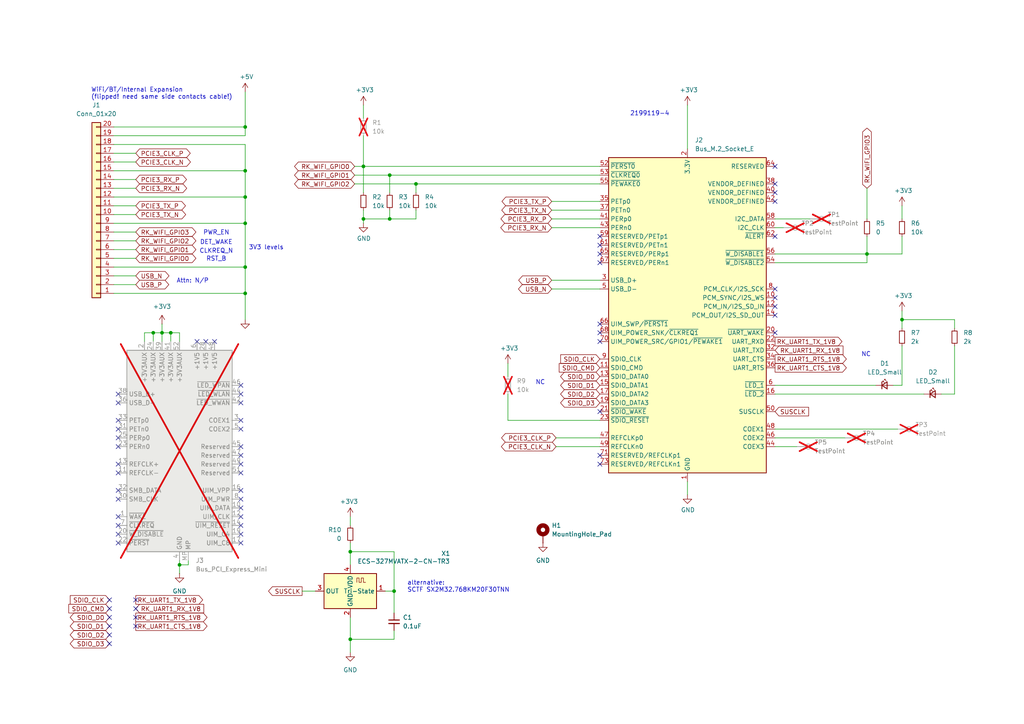
<source format=kicad_sch>
(kicad_sch (version 20250114) (generator "eeschema") (generator_version "9.0")
  (paper "A4")
  (title_block (title "Reform WiFi Adapter") (rev "1"))
  (lib_symbols
    (symbol "+3V3_1" (power) (pin_numbers (hide yes)) (pin_names (offset 0) (hide yes))
      (property "Value" "+3V3" (at 0 3.556 0))
      (symbol "+3V3_1_0_1"
        (polyline (pts (xy -0.762 1.27) (xy 0 2.54)))
        (polyline (pts (xy 0 2.54) (xy 0.762 1.27)))
        (polyline (pts (xy 0 0) (xy 0 2.54)))
      )
      (symbol "+3V3_1_1_1"
        (pin power_in line (at 0 0 90) (length 0) (name "~") (number "1"))
      )
    )
    (symbol "Connector:Bus_M.2_Socket_E"
      (property "Reference" "J" (at -22.86 46.99 0))
      (property "Value" "Bus_M.2_Socket_E" (at 16.51 46.99 0))
      (symbol "Bus_M.2_Socket_E_0_1"
        (rectangle (start -22.86 45.72) (end 22.86 -45.72) (stroke (width 0.254)) (fill (type background)))
      )
      (symbol "Bus_M.2_Socket_E_1_1"
        (pin output line (at -25.4 43.18 0) (length 2.54) (name "~{PERST0}") (number "52"))
        (pin bidirectional line (at -25.4 40.64 0) (length 2.54) (name "~{CLKREQ0}") (number "53"))
        (pin bidirectional line (at -25.4 38.1 0) (length 2.54) (name "~{PEWAKE0}") (number "55"))
        (pin output line (at -25.4 33.02 0) (length 2.54) (name "PETp0") (number "35"))
        (pin output line (at -25.4 30.48 0) (length 2.54) (name "PETn0") (number "37"))
        (pin input line (at -25.4 27.94 0) (length 2.54) (name "PERp0") (number "41"))
        (pin input line (at -25.4 25.4 0) (length 2.54) (name "PERn0") (number "43"))
        (pin output line (at -25.4 22.86 0) (length 2.54) (name "RESERVED/PETp1") (number "59"))
        (pin output line (at -25.4 20.32 0) (length 2.54) (name "RESERVED/PETn1") (number "61"))
        (pin input line (at -25.4 17.78 0) (length 2.54) (name "RESERVED/PERp1") (number "65"))
        (pin input line (at -25.4 15.24 0) (length 2.54) (name "RESERVED/PERn1") (number "67"))
        (pin bidirectional line (at -25.4 10.16 0) (length 2.54) (name "USB_D+") (number "3"))
        (pin bidirectional line (at -25.4 7.62 0) (length 2.54) (name "USB_D-") (number "5"))
        (pin output line (at -25.4 -2.54 0) (length 2.54) (name "UIM_SWP/~{PERST1}") (number "66"))
        (pin bidirectional line (at -25.4 -5.08 0) (length 2.54) (name "UIM_POWER_SNK/~{CLKREQ1}") (number "68"))
        (pin bidirectional line (at -25.4 -7.62 0) (length 2.54) (name "UIM_POWER_SRC/GPIO1/~{PEWAKE1}") (number "70"))
        (pin output line (at -25.4 -12.7 0) (length 2.54) (name "SDIO_CLK") (number "9"))
        (pin bidirectional line (at -25.4 -15.24 0) (length 2.54) (name "SDIO_CMD") (number "11"))
        (pin bidirectional line (at -25.4 -17.78 0) (length 2.54) (name "SDIO_DATA0") (number "13"))
        (pin bidirectional line (at -25.4 -20.32 0) (length 2.54) (name "SDIO_DATA1") (number "15"))
        (pin bidirectional line (at -25.4 -22.86 0) (length 2.54) (name "SDIO_DATA2") (number "17"))
        (pin bidirectional line (at -25.4 -25.4 0) (length 2.54) (name "SDIO_DATA3") (number "19"))
        (pin input line (at -25.4 -27.94 0) (length 2.54) (name "~{SDIO_WAKE}") (number "21"))
        (pin output line (at -25.4 -30.48 0) (length 2.54) (name "~{SDIO_RESET}") (number "23"))
        (pin output line (at -25.4 -35.56 0) (length 2.54) (name "REFCLKp0") (number "47"))
        (pin output line (at -25.4 -38.1 0) (length 2.54) (name "REFCLKn0") (number "49"))
        (pin output line (at -25.4 -40.64 0) (length 2.54) (name "RESERVED/REFCLKp1") (number "71"))
        (pin output line (at -25.4 -43.18 0) (length 2.54) (name "RESERVED/REFCLKn1") (number "73"))
        (pin power_in line (at 0 48.26 270) (length 2.54) (name "3.3V") (number "2"))
        (pin passive line (at 0 48.26 270) (length 2.54) (hide yes) (name "3.3V") (number "4"))
        (pin passive line (at 0 48.26 270) (length 2.54) (hide yes) (name "3.3V") (number "72"))
        (pin passive line (at 0 48.26 270) (length 2.54) (hide yes) (name "3.3V") (number "74"))
        (pin power_in line (at 0 -48.26 90) (length 2.54) (name "GND") (number "1"))
        (pin passive line (at 0 -48.26 90) (length 2.54) (hide yes) (name "GND") (number "18"))
        (pin passive line (at 0 -48.26 90) (length 2.54) (hide yes) (name "GND") (number "33"))
        (pin passive line (at 0 -48.26 90) (length 2.54) (hide yes) (name "GND") (number "39"))
        (pin passive line (at 0 -48.26 90) (length 2.54) (hide yes) (name "GND") (number "45"))
        (pin passive line (at 0 -48.26 90) (length 2.54) (hide yes) (name "GND") (number "51"))
        (pin passive line (at 0 -48.26 90) (length 2.54) (hide yes) (name "GND") (number "57"))
        (pin passive line (at 0 -48.26 90) (length 2.54) (hide yes) (name "GND") (number "63"))
        (pin passive line (at 0 -48.26 90) (length 2.54) (hide yes) (name "GND") (number "69"))
        (pin passive line (at 0 -48.26 90) (length 2.54) (hide yes) (name "GND") (number "7"))
        (pin passive line (at 0 -48.26 90) (length 2.54) (hide yes) (name "GND") (number "75"))
        (pin passive line (at 25.4 43.18 180) (length 2.54) (name "RESERVED") (number "64"))
        (pin passive line (at 25.4 38.1 180) (length 2.54) (name "VENDOR_DEFINED") (number "38"))
        (pin passive line (at 25.4 35.56 180) (length 2.54) (name "VENDOR_DEFINED") (number "40"))
        (pin passive line (at 25.4 33.02 180) (length 2.54) (name "VENDOR_DEFINED") (number "42"))
        (pin bidirectional line (at 25.4 27.94 180) (length 2.54) (name "I2C_DATA") (number "58"))
        (pin output line (at 25.4 25.4 180) (length 2.54) (name "I2C_CLK") (number "60"))
        (pin input line (at 25.4 22.86 180) (length 2.54) (name "~{ALERT}") (number "62"))
        (pin output line (at 25.4 17.78 180) (length 2.54) (name "~{W_DISABLE1}") (number "56"))
        (pin output line (at 25.4 15.24 180) (length 2.54) (name "~{W_DISABLE2}") (number "54"))
        (pin bidirectional line (at 25.4 7.62 180) (length 2.54) (name "PCM_CLK/I2S_SCK") (number "8"))
        (pin bidirectional line (at 25.4 5.08 180) (length 2.54) (name "PCM_SYNC/I2S_WS") (number "10"))
        (pin input line (at 25.4 2.54 180) (length 2.54) (name "PCM_IN/I2S_SD_IN") (number "12"))
        (pin output line (at 25.4 0 180) (length 2.54) (name "PCM_OUT/I2S_SD_OUT") (number "14"))
        (pin input line (at 25.4 -5.08 180) (length 2.54) (name "~{UART_WAKE}") (number "20"))
        (pin input line (at 25.4 -7.62 180) (length 2.54) (name "UART_RXD") (number "22"))
        (pin output line (at 25.4 -10.16 180) (length 2.54) (name "UART_TXD") (number "32"))
        (pin input line (at 25.4 -12.7 180) (length 2.54) (name "UART_CTS") (number "34"))
        (pin output line (at 25.4 -15.24 180) (length 2.54) (name "UART_RTS") (number "36"))
        (pin open_collector line (at 25.4 -20.32 180) (length 2.54) (name "~{LED_1}") (number "6"))
        (pin open_collector line (at 25.4 -22.86 180) (length 2.54) (name "~{LED_2}") (number "16"))
        (pin output line (at 25.4 -27.94 180) (length 2.54) (name "SUSCLK") (number "50"))
        (pin bidirectional line (at 25.4 -33.02 180) (length 2.54) (name "COEX1") (number "48"))
        (pin bidirectional line (at 25.4 -35.56 180) (length 2.54) (name "COEX2") (number "46"))
        (pin bidirectional line (at 25.4 -38.1 180) (length 2.54) (name "COEX3") (number "44"))
      )
    )
    (symbol "Connector:Bus_PCI_Express_Mini"
      (property "Reference" "J" (at -16.51 31.75 0))
      (property "Value" "Bus_PCI_Express_Mini" (at 22.86 31.75 0))
      (symbol "Bus_PCI_Express_Mini_0_1"
        (rectangle (start -15.24 30.48) (end 15.24 -27.94) (stroke (width 0.254)) (fill (type background)))
      )
      (symbol "Bus_PCI_Express_Mini_1_1"
        (pin bidirectional line (at -17.78 17.78 0) (length 2.54) (name "USB_D+") (number "38"))
        (pin bidirectional line (at -17.78 15.24 0) (length 2.54) (name "USB_D-") (number "36"))
        (pin input line (at -17.78 10.16 0) (length 2.54) (name "PETp0") (number "33"))
        (pin input line (at -17.78 7.62 0) (length 2.54) (name "PETn0") (number "31"))
        (pin output line (at -17.78 5.08 0) (length 2.54) (name "PERp0") (number "25"))
        (pin output line (at -17.78 2.54 0) (length 2.54) (name "PERn0") (number "23"))
        (pin input line (at -17.78 -2.54 0) (length 2.54) (name "REFCLK+") (number "13"))
        (pin input line (at -17.78 -5.08 0) (length 2.54) (name "REFCLK-") (number "11"))
        (pin bidirectional line (at -17.78 -10.16 0) (length 2.54) (name "SMB_DATA") (number "32"))
        (pin input line (at -17.78 -12.7 0) (length 2.54) (name "SMB_CLK") (number "30"))
        (pin open_collector line (at -17.78 -17.78 0) (length 2.54) (name "~{WAKE}") (number "1"))
        (pin open_collector line (at -17.78 -20.32 0) (length 2.54) (name "~{CLKREQ}") (number "7"))
        (pin input line (at -17.78 -22.86 0) (length 2.54) (name "~{W_DISABLE}") (number "20"))
        (pin input line (at -17.78 -25.4 0) (length 2.54) (name "~{PERST}") (number "22"))
        (pin power_in line (at -10.16 33.02 270) (length 2.54) (name "+3V3AUX") (number "2"))
        (pin power_in line (at -7.62 33.02 270) (length 2.54) (name "+3V3AUX") (number "24"))
        (pin power_in line (at -5.08 33.02 270) (length 2.54) (name "+3V3AUX") (number "39"))
        (pin power_in line (at -2.54 33.02 270) (length 2.54) (name "+3V3AUX") (number "41"))
        (pin power_in line (at 0 33.02 270) (length 2.54) (name "+3V3AUX") (number "52"))
        (pin passive line (at 0 -30.48 90) (length 2.54) (hide yes) (name "GND") (number "15"))
        (pin passive line (at 0 -30.48 90) (length 2.54) (hide yes) (name "GND") (number "18"))
        (pin passive line (at 0 -30.48 90) (length 2.54) (hide yes) (name "GND") (number "21"))
        (pin passive line (at 0 -30.48 90) (length 2.54) (hide yes) (name "GND") (number "26"))
        (pin passive line (at 0 -30.48 90) (length 2.54) (hide yes) (name "GND") (number "27"))
        (pin passive line (at 0 -30.48 90) (length 2.54) (hide yes) (name "GND") (number "29"))
        (pin passive line (at 0 -30.48 90) (length 2.54) (hide yes) (name "GND") (number "34"))
        (pin passive line (at 0 -30.48 90) (length 2.54) (hide yes) (name "GND") (number "35"))
        (pin passive line (at 0 -30.48 90) (length 2.54) (hide yes) (name "GND") (number "37"))
        (pin power_in line (at 0 -30.48 90) (length 2.54) (name "GND") (number "4"))
        (pin passive line (at 0 -30.48 90) (length 2.54) (hide yes) (name "GND") (number "40"))
        (pin passive line (at 0 -30.48 90) (length 2.54) (hide yes) (name "GND") (number "43"))
        (pin passive line (at 0 -30.48 90) (length 2.54) (hide yes) (name "GND") (number "50"))
        (pin passive line (at 0 -30.48 90) (length 2.54) (hide yes) (name "GND") (number "9"))
        (pin passive line (at 2.54 -30.48 90) (length 2.54) (name "MP") (number "MP"))
        (pin power_in line (at 5.08 33.02 270) (length 2.54) (name "+1V5") (number "6"))
        (pin power_in line (at 7.62 33.02 270) (length 2.54) (name "+1V5") (number "28"))
        (pin power_in line (at 10.16 33.02 270) (length 2.54) (name "+1V5") (number "48"))
        (pin open_collector line (at 17.78 20.32 180) (length 2.54) (name "~{LED_WPAN}") (number "46"))
        (pin open_collector line (at 17.78 17.78 180) (length 2.54) (name "~{LED_WLAN}") (number "44"))
        (pin open_collector line (at 17.78 15.24 180) (length 2.54) (name "~{LED_WWAN}") (number "42"))
        (pin passive line (at 17.78 10.16 180) (length 2.54) (name "COEX1") (number "3"))
        (pin passive line (at 17.78 7.62 180) (length 2.54) (name "COEX2") (number "5"))
        (pin passive line (at 17.78 2.54 180) (length 2.54) (name "Reserved") (number "45"))
        (pin passive line (at 17.78 0 180) (length 2.54) (name "Reserved") (number "47"))
        (pin passive line (at 17.78 -2.54 180) (length 2.54) (name "Reserved") (number "49"))
        (pin passive line (at 17.78 -5.08 180) (length 2.54) (name "Reserved") (number "51"))
        (pin power_out line (at 17.78 -10.16 180) (length 2.54) (name "UIM_VPP") (number "16"))
        (pin power_out line (at 17.78 -12.7 180) (length 2.54) (name "UIM_PWR") (number "8"))
        (pin bidirectional line (at 17.78 -15.24 180) (length 2.54) (name "UIM_DATA") (number "10"))
        (pin output line (at 17.78 -17.78 180) (length 2.54) (name "UIM_CLK") (number "12"))
        (pin output line (at 17.78 -20.32 180) (length 2.54) (name "~{UIM_RESET}") (number "14"))
        (pin passive line (at 17.78 -22.86 180) (length 2.54) (name "UIM_C4") (number "19"))
        (pin passive line (at 17.78 -25.4 180) (length 2.54) (name "UIM_C8") (number "17"))
      )
    )
    (symbol "Connector:TestPoint" (pin_numbers (hide yes)) (pin_names (offset 0.762) (hide yes))
      (property "Reference" "TP" (at 0 6.858 0))
      (property "Value" "TestPoint" (at 0 5.08 0))
      (symbol "TestPoint_0_1"
        (circle (center 0 3.302) (radius 0.762))
      )
      (symbol "TestPoint_1_1"
        (pin passive line (at 0 0 90) (length 2.54) (name "1") (number "1"))
      )
    )
    (symbol "Connector_Generic:Conn_01x20" (pin_names (offset 1.016) (hide yes))
      (property "Reference" "J" (at 0 25.4 0))
      (property "Value" "Conn_01x20" (at 0 -27.94 0))
      (symbol "Conn_01x20_1_1"
        (rectangle (start -1.27 24.13) (end 1.27 -26.67) (stroke (width 0.254)) (fill (type background)))
        (rectangle (start -1.27 22.987) (end 0 22.733) (stroke (width 0.1524)))
        (rectangle (start -1.27 20.447) (end 0 20.193) (stroke (width 0.1524)))
        (rectangle (start -1.27 17.907) (end 0 17.653) (stroke (width 0.1524)))
        (rectangle (start -1.27 15.367) (end 0 15.113) (stroke (width 0.1524)))
        (rectangle (start -1.27 12.827) (end 0 12.573) (stroke (width 0.1524)))
        (rectangle (start -1.27 10.287) (end 0 10.033) (stroke (width 0.1524)))
        (rectangle (start -1.27 7.747) (end 0 7.493) (stroke (width 0.1524)))
        (rectangle (start -1.27 5.207) (end 0 4.953) (stroke (width 0.1524)))
        (rectangle (start -1.27 2.667) (end 0 2.413) (stroke (width 0.1524)))
        (rectangle (start -1.27 0.127) (end 0 -0.127) (stroke (width 0.1524)))
        (rectangle (start -1.27 -2.413) (end 0 -2.667) (stroke (width 0.1524)))
        (rectangle (start -1.27 -4.953) (end 0 -5.207) (stroke (width 0.1524)))
        (rectangle (start -1.27 -7.493) (end 0 -7.747) (stroke (width 0.1524)))
        (rectangle (start -1.27 -10.033) (end 0 -10.287) (stroke (width 0.1524)))
        (rectangle (start -1.27 -12.573) (end 0 -12.827) (stroke (width 0.1524)))
        (rectangle (start -1.27 -15.113) (end 0 -15.367) (stroke (width 0.1524)))
        (rectangle (start -1.27 -17.653) (end 0 -17.907) (stroke (width 0.1524)))
        (rectangle (start -1.27 -20.193) (end 0 -20.447) (stroke (width 0.1524)))
        (rectangle (start -1.27 -22.733) (end 0 -22.987) (stroke (width 0.1524)))
        (rectangle (start -1.27 -25.273) (end 0 -25.527) (stroke (width 0.1524)))
        (pin passive line (at -5.08 22.86 0) (length 3.81) (name "Pin_1") (number "1"))
        (pin passive line (at -5.08 20.32 0) (length 3.81) (name "Pin_2") (number "2"))
        (pin passive line (at -5.08 17.78 0) (length 3.81) (name "Pin_3") (number "3"))
        (pin passive line (at -5.08 15.24 0) (length 3.81) (name "Pin_4") (number "4"))
        (pin passive line (at -5.08 12.7 0) (length 3.81) (name "Pin_5") (number "5"))
        (pin passive line (at -5.08 10.16 0) (length 3.81) (name "Pin_6") (number "6"))
        (pin passive line (at -5.08 7.62 0) (length 3.81) (name "Pin_7") (number "7"))
        (pin passive line (at -5.08 5.08 0) (length 3.81) (name "Pin_8") (number "8"))
        (pin passive line (at -5.08 2.54 0) (length 3.81) (name "Pin_9") (number "9"))
        (pin passive line (at -5.08 0 0) (length 3.81) (name "Pin_10") (number "10"))
        (pin passive line (at -5.08 -2.54 0) (length 3.81) (name "Pin_11") (number "11"))
        (pin passive line (at -5.08 -5.08 0) (length 3.81) (name "Pin_12") (number "12"))
        (pin passive line (at -5.08 -7.62 0) (length 3.81) (name "Pin_13") (number "13"))
        (pin passive line (at -5.08 -10.16 0) (length 3.81) (name "Pin_14") (number "14"))
        (pin passive line (at -5.08 -12.7 0) (length 3.81) (name "Pin_15") (number "15"))
        (pin passive line (at -5.08 -15.24 0) (length 3.81) (name "Pin_16") (number "16"))
        (pin passive line (at -5.08 -17.78 0) (length 3.81) (name "Pin_17") (number "17"))
        (pin passive line (at -5.08 -20.32 0) (length 3.81) (name "Pin_18") (number "18"))
        (pin passive line (at -5.08 -22.86 0) (length 3.81) (name "Pin_19") (number "19"))
        (pin passive line (at -5.08 -25.4 0) (length 3.81) (name "Pin_20") (number "20"))
      )
    )
    (symbol "Device:C_Small" (pin_numbers (hide yes)) (pin_names (offset 0.254) (hide yes))
      (property "Reference" "C" (at 0.254 1.778 0))
      (property "Value" "C_Small" (at 0.254 -2.032 0))
      (symbol "C_Small_0_1"
        (polyline (pts (xy -1.524 0.508) (xy 1.524 0.508)) (stroke (width 0.3048)))
        (polyline (pts (xy -1.524 -0.508) (xy 1.524 -0.508)) (stroke (width 0.3302)))
      )
      (symbol "C_Small_1_1"
        (pin passive line (at 0 2.54 270) (length 2.032) (name "~") (number "1"))
        (pin passive line (at 0 -2.54 90) (length 2.032) (name "~") (number "2"))
      )
    )
    (symbol "Device:LED_Small" (pin_numbers (hide yes)) (pin_names (offset 0.254) (hide yes))
      (property "Reference" "D" (at -1.27 3.175 0))
      (property "Value" "LED_Small" (at -4.445 -2.54 0))
      (symbol "LED_Small_0_1"
        (polyline (pts (xy -0.762 -1.016) (xy -0.762 1.016)) (stroke (width 0.254)))
        (polyline (pts (xy 0 0.762) (xy -0.508 1.27) (xy -0.254 1.27) (xy -0.508 1.27) (xy -0.508 1.016)))
        (polyline (pts (xy 0.508 1.27) (xy 0 1.778) (xy 0.254 1.778) (xy 0 1.778) (xy 0 1.524)))
        (polyline (pts (xy 0.762 -1.016) (xy -0.762 0) (xy 0.762 1.016) (xy 0.762 -1.016)) (stroke (width 0.254)))
        (polyline (pts (xy 1.016 0) (xy -0.762 0)))
      )
      (symbol "LED_Small_1_1"
        (pin passive line (at -2.54 0 0) (length 1.778) (name "K") (number "1"))
        (pin passive line (at 2.54 0 180) (length 1.778) (name "A") (number "2"))
      )
    )
    (symbol "Device:R_Small" (pin_numbers (hide yes)) (pin_names (offset 0.254) (hide yes))
      (property "Reference" "R" (at 0.762 0.508 0))
      (property "Value" "R_Small" (at 0.762 -1.016 0))
      (symbol "R_Small_0_1"
        (rectangle (start -0.762 1.778) (end 0.762 -1.778) (stroke (width 0.2032)))
      )
      (symbol "R_Small_1_1"
        (pin passive line (at 0 2.54 270) (length 0.762) (name "~") (number "1"))
        (pin passive line (at 0 -2.54 90) (length 0.762) (name "~") (number "2"))
      )
    )
    (symbol "GND_1" (power) (pin_numbers (hide yes)) (pin_names (offset 0) (hide yes))
      (property "Value" "GND" (at 0 -3.81 0))
      (symbol "GND_1_0_1"
        (polyline (pts (xy 0 0) (xy 0 -1.27) (xy 1.27 -1.27) (xy 0 -2.54) (xy -1.27 -1.27) (xy 0 -1.27)))
      )
      (symbol "GND_1_1_1"
        (pin power_in line (at 0 0 270) (length 0) (name "~") (number "1"))
      )
    )
    (symbol "GND_2" (power) (pin_numbers (hide yes)) (pin_names (offset 0) (hide yes))
      (property "Value" "GND" (at 0 -3.81 0))
      (symbol "GND_2_0_1"
        (polyline (pts (xy 0 0) (xy 0 -1.27) (xy 1.27 -1.27) (xy 0 -2.54) (xy -1.27 -1.27) (xy 0 -1.27)))
      )
      (symbol "GND_2_1_1"
        (pin power_in line (at 0 0 270) (length 0) (name "~") (number "1"))
      )
    )
    (symbol "GND_3" (power) (pin_numbers (hide yes)) (pin_names (offset 0) (hide yes))
      (property "Value" "GND" (at 0 -3.81 0))
      (symbol "GND_3_0_1"
        (polyline (pts (xy 0 0) (xy 0 -1.27) (xy 1.27 -1.27) (xy 0 -2.54) (xy -1.27 -1.27) (xy 0 -1.27)))
      )
      (symbol "GND_3_1_1"
        (pin power_in line (at 0 0 270) (length 0) (name "~") (number "1"))
      )
    )
    (symbol "Mechanical:MountingHole_Pad" (pin_numbers (hide yes)) (pin_names (offset 1.016) (hide yes)) (exclude_from_sim yes) (in_bom no)
      (property "Reference" "H" (at 0 6.35 0))
      (property "Value" "MountingHole_Pad" (at 0 4.445 0))
      (symbol "MountingHole_Pad_0_1"
        (circle (center 0 1.27) (radius 1.27) (stroke (width 1.27)))
      )
      (symbol "MountingHole_Pad_1_1"
        (pin input line (at 0 -2.54 90) (length 2.54) (name "1") (number "1"))
      )
    )
    (symbol "Oscillator:ECS-2520MV-xxx-xx"
      (property "Reference" "X" (at -5.08 6.35 0))
      (property "Value" "ECS-2520MV-xxx-xx" (at 1.27 -6.35 0))
      (symbol "ECS-2520MV-xxx-xx_0_1"
        (rectangle (start -7.62 5.08) (end 7.62 -5.08) (stroke (width 0.254)) (fill (type background)))
        (polyline (pts (xy -4.445 2.54) (xy -3.81 2.54) (xy -3.81 3.81) (xy -3.175 3.81) (xy -3.175 2.54) (xy -2.54 2.54) (xy -2.54 3.81) (xy -1.905 3.81) (xy -1.905 2.54)))
      )
      (symbol "ECS-2520MV-xxx-xx_1_1"
        (pin input line (at -10.16 0 0) (length 2.54) (name "Tri-State") (number "1"))
        (pin power_in line (at 0 7.62 270) (length 2.54) (name "VDD") (number "4"))
        (pin power_in line (at 0 -7.62 90) (length 2.54) (name "GND") (number "2"))
        (pin output line (at 10.16 0 180) (length 2.54) (name "OUT") (number "3"))
      )
    )
    (symbol "power:+3V3" (power) (pin_names (offset 0))
      (property "Value" "+3V3" (at 0 3.556 0))
      (symbol "+3V3_0_1"
        (polyline (pts (xy -0.762 1.27) (xy 0 2.54)))
        (polyline (pts (xy 0 2.54) (xy 0.762 1.27)))
        (polyline (pts (xy 0 0) (xy 0 2.54)))
      )
      (symbol "+3V3_1_1"
        (pin power_in line (at 0 0 90) (length 0) (hide yes) (name "+3V3") (number "1"))
      )
    )
    (symbol "power:+5V" (power) (pin_names (offset 0))
      (property "Value" "+5V" (at 0 3.556 0))
      (symbol "+5V_0_1"
        (polyline (pts (xy -0.762 1.27) (xy 0 2.54)))
        (polyline (pts (xy 0 2.54) (xy 0.762 1.27)))
        (polyline (pts (xy 0 0) (xy 0 2.54)))
      )
      (symbol "+5V_1_1"
        (pin power_in line (at 0 0 90) (length 0) (hide yes) (name "+5V") (number "1"))
      )
    )
    (symbol "power:GND" (power) (pin_names (offset 0))
      (property "Value" "GND" (at 0 -3.81 0))
      (symbol "GND_0_1"
        (polyline (pts (xy 0 0) (xy 0 -1.27) (xy 1.27 -1.27) (xy 0 -2.54) (xy -1.27 -1.27) (xy 0 -1.27)))
      )
      (symbol "GND_1_1"
        (pin power_in line (at 0 0 270) (length 0) (hide yes) (name "GND") (number "1"))
      )
    )
  )
  (text "3V3 levels" (at 77.216 71.882 0) (effects (font (size 1.27 1.27))))
  (text "NC" (at 251.206 102.87 0) (effects (font (size 1.27 1.27))))
  (text "RST_B" (at 62.738 75.184 0) (effects (font (size 1.27 1.27))))
  (text "PWR_EN" (at 62.738 67.564 0) (effects (font (size 1.27 1.27))))
  (text "2199119-4" (at 188.468 33.02 0) (effects (font (size 1.27 1.27))))
  (text "alternative:\nSCTF SX2M32.768KM20F30TNN" (at 118.11 170.18 0) (effects (font (size 1.27 1.27)) (justify left)))
  (text "WiFi/BT/Internal Expansion\n(flipped! need same side contacts cable!)" (at 26.416 28.956 0) (effects (font (size 1.27 1.27)) (justify left bottom)))
  (text "DET_WAKE" (at 62.738 70.358 0) (effects (font (size 1.27 1.27))))
  (text "NC" (at 156.718 110.998 0) (effects (font (size 1.27 1.27))))
  (text "CLKREQ_N" (at 62.738 72.898 0) (effects (font (size 1.27 1.27))))
  (text "Attn: N/P" (at 55.88 81.534 0) (effects (font (size 1.27 1.27))))
  (junction (at 251.46 73.66))
  (junction (at 49.53 96.52))
  (junction (at 101.6 185.42))
  (junction (at 261.62 92.71))
  (junction (at 105.41 48.26))
  (junction (at 114.3 171.45))
  (junction (at 44.45 96.52))
  (junction (at 113.03 63.5))
  (junction (at 120.65 53.34))
  (junction (at 105.41 63.5))
  (junction (at 71.12 77.47))
  (junction (at 71.12 57.15))
  (junction (at 52.07 163.83))
  (junction (at 101.6 160.02))
  (junction (at 71.12 49.53))
  (junction (at 71.12 36.83))
  (junction (at 113.03 50.8))
  (junction (at 71.12 64.77))
  (junction (at 46.99 96.52))
  (junction (at 71.12 85.09))
  (no_connect (at 34.29 157.48))
  (no_connect (at 69.85 134.62))
  (no_connect (at 34.29 129.54))
  (no_connect (at 173.99 71.12))
  (no_connect (at 69.85 144.78))
  (no_connect (at 34.29 127))
  (no_connect (at 31.75 184.15))
  (no_connect (at 69.85 121.92))
  (no_connect (at 224.79 83.82))
  (no_connect (at 224.79 88.9))
  (no_connect (at 173.99 76.2))
  (no_connect (at 173.99 96.52))
  (no_connect (at 173.99 99.06))
  (no_connect (at 224.79 96.52))
  (no_connect (at 69.85 154.94))
  (no_connect (at 224.79 86.36))
  (no_connect (at 173.99 134.62))
  (no_connect (at 34.29 121.92))
  (no_connect (at 39.37 179.07))
  (no_connect (at 69.85 124.46))
  (no_connect (at 69.85 111.76))
  (no_connect (at 39.37 173.99))
  (no_connect (at 69.85 152.4))
  (no_connect (at 31.75 173.99))
  (no_connect (at 173.99 119.38))
  (no_connect (at 69.85 132.08))
  (no_connect (at 224.79 68.58))
  (no_connect (at 69.85 147.32))
  (no_connect (at 34.29 137.16))
  (no_connect (at 34.29 116.84))
  (no_connect (at 173.99 132.08))
  (no_connect (at 69.85 157.48))
  (no_connect (at 39.37 181.61))
  (no_connect (at 173.99 68.58))
  (no_connect (at 69.85 116.84))
  (no_connect (at 39.37 176.53))
  (no_connect (at 173.99 73.66))
  (no_connect (at 34.29 142.24))
  (no_connect (at 173.99 93.98))
  (no_connect (at 34.29 152.4))
  (no_connect (at 34.29 134.62))
  (no_connect (at 31.75 179.07))
  (no_connect (at 69.85 149.86))
  (no_connect (at 57.15 99.06))
  (no_connect (at 69.85 129.54))
  (no_connect (at 224.79 91.44))
  (no_connect (at 34.29 144.78))
  (no_connect (at 59.69 99.06))
  (no_connect (at 31.75 176.53))
  (no_connect (at 62.23 99.06))
  (no_connect (at 34.29 154.94))
  (no_connect (at 224.79 53.34))
  (no_connect (at 34.29 114.3))
  (no_connect (at 31.75 186.69))
  (no_connect (at 69.85 142.24))
  (no_connect (at 224.79 48.26))
  (no_connect (at 69.85 114.3))
  (no_connect (at 224.79 55.88))
  (no_connect (at 224.79 58.42))
  (no_connect (at 31.75 181.61))
  (no_connect (at 69.85 137.16))
  (no_connect (at 34.29 124.46))
  (no_connect (at 34.29 149.86))
  (wire (pts (xy 261.62 111.76) (xy 259.08 111.76)))
  (wire (pts (xy 52.07 96.52) (xy 52.07 99.06)))
  (wire (pts (xy 105.41 48.26) (xy 105.41 55.88)))
  (wire (pts (xy 160.02 63.5) (xy 173.99 63.5)))
  (wire (pts (xy 33.02 69.85) (xy 39.37 69.85)))
  (wire (pts (xy 101.6 185.42) (xy 114.3 185.42)))
  (wire (pts (xy 49.53 96.52) (xy 52.07 96.52)))
  (wire (pts (xy 120.65 53.34) (xy 173.99 53.34)))
  (wire (pts (xy 33.02 67.31) (xy 39.37 67.31)))
  (wire (pts (xy 160.02 83.82) (xy 173.99 83.82)))
  (wire (pts (xy 261.62 92.71) (xy 261.62 95.25)))
  (wire (pts (xy 71.12 92.71) (xy 71.12 85.09)))
  (wire (pts (xy 101.6 160.02) (xy 101.6 163.83)))
  (wire (pts (xy 33.02 82.55) (xy 39.37 82.55)))
  (wire (pts (xy 114.3 185.42) (xy 114.3 182.88)))
  (wire (pts (xy 161.29 127) (xy 173.99 127)))
  (wire (pts (xy 46.99 93.98) (xy 46.99 96.52)))
  (wire (pts (xy 71.12 64.77) (xy 71.12 77.47)))
  (wire (pts (xy 71.12 49.53) (xy 71.12 57.15)))
  (wire (pts (xy 33.02 54.61) (xy 39.37 54.61)))
  (wire (pts (xy 224.79 127) (xy 245.11 127)))
  (wire (pts (xy 105.41 39.37) (xy 105.41 48.26)))
  (wire (pts (xy 160.02 81.28) (xy 173.99 81.28)))
  (wire (pts (xy 33.02 72.39) (xy 39.37 72.39)))
  (wire (pts (xy 160.02 60.96) (xy 173.99 60.96)))
  (wire (pts (xy 114.3 171.45) (xy 114.3 160.02)))
  (wire (pts (xy 224.79 66.04) (xy 227.33 66.04)))
  (wire (pts (xy 261.62 73.66) (xy 261.62 68.58)))
  (wire (pts (xy 113.03 50.8) (xy 173.99 50.8)))
  (wire (pts (xy 160.02 58.42) (xy 173.99 58.42)))
  (wire (pts (xy 147.32 121.92) (xy 173.99 121.92)))
  (wire (pts (xy 102.87 48.26) (xy 105.41 48.26)))
  (wire (pts (xy 87.63 171.45) (xy 91.44 171.45)))
  (wire (pts (xy 224.79 73.66) (xy 251.46 73.66)))
  (wire (pts (xy 33.02 39.37) (xy 71.12 39.37)))
  (wire (pts (xy 33.02 36.83) (xy 71.12 36.83)))
  (wire (pts (xy 33.02 41.91) (xy 71.12 41.91)))
  (wire (pts (xy 251.46 54.61) (xy 251.46 63.5)))
  (wire (pts (xy 101.6 149.86) (xy 101.6 152.4)))
  (wire (pts (xy 199.39 139.7) (xy 199.39 143.51)))
  (wire (pts (xy 44.45 96.52) (xy 46.99 96.52)))
  (wire (pts (xy 147.32 105.41) (xy 147.32 109.22)))
  (wire (pts (xy 33.02 46.99) (xy 39.37 46.99)))
  (wire (pts (xy 46.99 96.52) (xy 49.53 96.52)))
  (wire (pts (xy 33.02 80.01) (xy 39.37 80.01)))
  (wire (pts (xy 261.62 92.71) (xy 276.86 92.71)))
  (wire (pts (xy 251.46 68.58) (xy 251.46 73.66)))
  (wire (pts (xy 52.07 162.56) (xy 52.07 163.83)))
  (wire (pts (xy 71.12 77.47) (xy 71.12 85.09)))
  (wire (pts (xy 71.12 26.67) (xy 71.12 36.83)))
  (wire (pts (xy 33.02 44.45) (xy 39.37 44.45)))
  (wire (pts (xy 224.79 111.76) (xy 254 111.76)))
  (wire (pts (xy 33.02 62.23) (xy 39.37 62.23)))
  (wire (pts (xy 114.3 160.02) (xy 101.6 160.02)))
  (wire (pts (xy 33.02 77.47) (xy 71.12 77.47)))
  (wire (pts (xy 105.41 60.96) (xy 105.41 63.5)))
  (wire (pts (xy 101.6 185.42) (xy 101.6 189.23)))
  (wire (pts (xy 261.62 59.69) (xy 261.62 63.5)))
  (wire (pts (xy 120.65 63.5) (xy 120.65 60.96)))
  (wire (pts (xy 224.79 129.54) (xy 231.14 129.54)))
  (wire (pts (xy 120.65 53.34) (xy 120.65 55.88)))
  (wire (pts (xy 276.86 92.71) (xy 276.86 95.25)))
  (wire (pts (xy 33.02 59.69) (xy 39.37 59.69)))
  (wire (pts (xy 261.62 100.33) (xy 261.62 111.76)))
  (wire (pts (xy 105.41 48.26) (xy 173.99 48.26)))
  (wire (pts (xy 161.29 129.54) (xy 173.99 129.54)))
  (wire (pts (xy 71.12 41.91) (xy 71.12 49.53)))
  (wire (pts (xy 105.41 30.48) (xy 105.41 34.29)))
  (wire (pts (xy 114.3 171.45) (xy 114.3 177.8)))
  (wire (pts (xy 33.02 74.93) (xy 39.37 74.93)))
  (wire (pts (xy 160.02 66.04) (xy 173.99 66.04)))
  (wire (pts (xy 261.62 90.17) (xy 261.62 92.71)))
  (wire (pts (xy 52.07 163.83) (xy 52.07 166.37)))
  (wire (pts (xy 41.91 99.06) (xy 41.91 96.52)))
  (wire (pts (xy 105.41 63.5) (xy 105.41 64.77)))
  (wire (pts (xy 33.02 64.77) (xy 71.12 64.77)))
  (wire (pts (xy 46.99 96.52) (xy 46.99 99.06)))
  (wire (pts (xy 224.79 114.3) (xy 267.97 114.3)))
  (wire (pts (xy 147.32 114.3) (xy 147.32 121.92)))
  (wire (pts (xy 102.87 53.34) (xy 120.65 53.34)))
  (wire (pts (xy 54.61 163.83) (xy 52.07 163.83)))
  (wire (pts (xy 199.39 30.48) (xy 199.39 43.18)))
  (wire (pts (xy 224.79 63.5) (xy 234.95 63.5)))
  (wire (pts (xy 33.02 49.53) (xy 71.12 49.53)))
  (wire (pts (xy 224.79 76.2) (xy 251.46 76.2)))
  (wire (pts (xy 113.03 63.5) (xy 113.03 60.96)))
  (wire (pts (xy 113.03 50.8) (xy 113.03 55.88)))
  (wire (pts (xy 276.86 114.3) (xy 276.86 100.33)))
  (wire (pts (xy 251.46 73.66) (xy 261.62 73.66)))
  (wire (pts (xy 54.61 162.56) (xy 54.61 163.83)))
  (wire (pts (xy 71.12 57.15) (xy 71.12 64.77)))
  (wire (pts (xy 224.79 124.46) (xy 260.35 124.46)))
  (wire (pts (xy 44.45 96.52) (xy 44.45 99.06)))
  (wire (pts (xy 251.46 73.66) (xy 251.46 76.2)))
  (wire (pts (xy 102.87 50.8) (xy 113.03 50.8)))
  (wire (pts (xy 273.05 114.3) (xy 276.86 114.3)))
  (wire (pts (xy 33.02 52.07) (xy 39.37 52.07)))
  (wire (pts (xy 49.53 96.52) (xy 49.53 99.06)))
  (wire (pts (xy 101.6 179.07) (xy 101.6 185.42)))
  (wire (pts (xy 111.76 171.45) (xy 114.3 171.45)))
  (wire (pts (xy 41.91 96.52) (xy 44.45 96.52)))
  (wire (pts (xy 33.02 57.15) (xy 71.12 57.15)))
  (wire (pts (xy 105.41 63.5) (xy 113.03 63.5)))
  (wire (pts (xy 71.12 85.09) (xy 33.02 85.09)))
  (wire (pts (xy 101.6 157.48) (xy 101.6 160.02)))
  (wire (pts (xy 113.03 63.5) (xy 120.65 63.5)))
  (wire (pts (xy 71.12 39.37) (xy 71.12 36.83)))
  (global_label "RK_WIFI_GPIO1" (shape bidirectional) (at 39.37 72.39 0) (property "Intersheetrefs" "${INTERSHEET_REFS}" (effects (hide yes))))
  (global_label "RK_UART1_RTS_1V8" (shape output) (at 224.79 104.14 0) (property "Intersheetrefs" "${INTERSHEET_REFS}" (effects (hide yes))))
  (global_label "PCIE3_CLK_P" (shape bidirectional) (at 39.37 44.45 0) (property "Intersheetrefs" "${INTERSHEET_REFS}" (effects (hide yes))))
  (global_label "PCIE3_RX_P" (shape bidirectional) (at 160.02 63.5 180) (property "Intersheetrefs" "${INTERSHEET_REFS}" (effects (hide yes))))
  (global_label "SDIO_D1" (shape bidirectional) (at 31.75 181.61 180) (property "Intersheetrefs" "${INTERSHEET_REFS}" (effects (hide yes))))
  (global_label "SDIO_D2" (shape bidirectional) (at 173.99 114.3 180) (property "Intersheetrefs" "${INTERSHEET_REFS}" (effects (hide yes))))
  (global_label "SDIO_D3" (shape bidirectional) (at 31.75 186.69 180) (property "Intersheetrefs" "${INTERSHEET_REFS}" (effects (hide yes))))
  (global_label "SDIO_D0" (shape bidirectional) (at 31.75 179.07 180) (property "Intersheetrefs" "${INTERSHEET_REFS}" (effects (hide yes))))
  (global_label "RK_WIFI_GPIO1" (shape bidirectional) (at 102.87 50.8 180) (property "Intersheetrefs" "${INTERSHEET_REFS}" (effects (hide yes))))
  (global_label "RK_UART1_RX_1V8" (shape input) (at 39.37 176.53 0) (property "Intersheetrefs" "${INTERSHEET_REFS}" (effects (hide yes))))
  (global_label "USB_N" (shape bidirectional) (at 39.37 80.01 0) (property "Intersheetrefs" "${INTERSHEET_REFS}" (effects (hide yes))))
  (global_label "SDIO_CLK" (shape input) (at 31.75 173.99 180) (property "Intersheetrefs" "${INTERSHEET_REFS}" (effects (hide yes))))
  (global_label "SUSCLK" (shape input) (at 224.79 119.38 0) (property "Intersheetrefs" "${INTERSHEET_REFS}" (effects (hide yes))))
  (global_label "PCIE3_TX_P" (shape bidirectional) (at 160.02 58.42 180) (property "Intersheetrefs" "${INTERSHEET_REFS}" (effects (hide yes))))
  (global_label "RK_WIFI_GPIO0" (shape bidirectional) (at 39.37 74.93 0) (property "Intersheetrefs" "${INTERSHEET_REFS}" (effects (hide yes))))
  (global_label "PCIE3_CLK_N" (shape bidirectional) (at 161.29 129.54 180) (property "Intersheetrefs" "${INTERSHEET_REFS}" (effects (hide yes))))
  (global_label "RK_WIFI_GPIO3" (shape bidirectional) (at 251.46 54.61 90) (property "Intersheetrefs" "${INTERSHEET_REFS}" (effects (hide yes))))
  (global_label "RK_UART1_RX_1V8" (shape input) (at 224.79 101.6 0) (property "Intersheetrefs" "${INTERSHEET_REFS}" (effects (hide yes))))
  (global_label "RK_WIFI_GPIO2" (shape bidirectional) (at 102.87 53.34 180) (property "Intersheetrefs" "${INTERSHEET_REFS}" (effects (hide yes))))
  (global_label "PCIE3_RX_N" (shape bidirectional) (at 160.02 66.04 180) (property "Intersheetrefs" "${INTERSHEET_REFS}" (effects (hide yes))))
  (global_label "PCIE3_CLK_N" (shape bidirectional) (at 39.37 46.99 0) (property "Intersheetrefs" "${INTERSHEET_REFS}" (effects (hide yes))))
  (global_label "SDIO_CMD" (shape input) (at 173.99 106.68 180) (property "Intersheetrefs" "${INTERSHEET_REFS}" (effects (hide yes))))
  (global_label "PCIE3_TX_P" (shape bidirectional) (at 39.37 59.69 0) (property "Intersheetrefs" "${INTERSHEET_REFS}" (effects (hide yes))))
  (global_label "PCIE3_TX_N" (shape bidirectional) (at 160.02 60.96 180) (property "Intersheetrefs" "${INTERSHEET_REFS}" (effects (hide yes))))
  (global_label "RK_UART1_RTS_1V8" (shape output) (at 39.37 179.07 0) (property "Intersheetrefs" "${INTERSHEET_REFS}" (effects (hide yes))))
  (global_label "RK_UART1_CTS_1V8" (shape output) (at 224.79 106.68 0) (property "Intersheetrefs" "${INTERSHEET_REFS}" (effects (hide yes))))
  (global_label "SUSCLK" (shape output) (at 87.63 171.45 180) (property "Intersheetrefs" "${INTERSHEET_REFS}" (effects (hide yes))))
  (global_label "SDIO_D1" (shape bidirectional) (at 173.99 111.76 180) (property "Intersheetrefs" "${INTERSHEET_REFS}" (effects (hide yes))))
  (global_label "SDIO_D3" (shape bidirectional) (at 173.99 116.84 180) (property "Intersheetrefs" "${INTERSHEET_REFS}" (effects (hide yes))))
  (global_label "USB_P" (shape bidirectional) (at 160.02 81.28 180) (property "Intersheetrefs" "${INTERSHEET_REFS}" (effects (hide yes))))
  (global_label "RK_UART1_TX_1V8" (shape output) (at 224.79 99.06 0) (property "Intersheetrefs" "${INTERSHEET_REFS}" (effects (hide yes))))
  (global_label "SDIO_D0" (shape bidirectional) (at 173.99 109.22 180) (property "Intersheetrefs" "${INTERSHEET_REFS}" (effects (hide yes))))
  (global_label "PCIE3_RX_P" (shape bidirectional) (at 39.37 52.07 0) (property "Intersheetrefs" "${INTERSHEET_REFS}" (effects (hide yes))))
  (global_label "PCIE3_RX_N" (shape bidirectional) (at 39.37 54.61 0) (property "Intersheetrefs" "${INTERSHEET_REFS}" (effects (hide yes))))
  (global_label "SDIO_D2" (shape bidirectional) (at 31.75 184.15 180) (property "Intersheetrefs" "${INTERSHEET_REFS}" (effects (hide yes))))
  (global_label "USB_P" (shape bidirectional) (at 39.37 82.55 0) (property "Intersheetrefs" "${INTERSHEET_REFS}" (effects (hide yes))))
  (global_label "PCIE3_TX_N" (shape bidirectional) (at 39.37 62.23 0) (property "Intersheetrefs" "${INTERSHEET_REFS}" (effects (hide yes))))
  (global_label "SDIO_CMD" (shape input) (at 31.75 176.53 180) (property "Intersheetrefs" "${INTERSHEET_REFS}" (effects (hide yes))))
  (global_label "RK_UART1_CTS_1V8" (shape output) (at 39.37 181.61 0) (property "Intersheetrefs" "${INTERSHEET_REFS}" (effects (hide yes))))
  (global_label "RK_WIFI_GPIO3" (shape bidirectional) (at 39.37 67.31 0) (property "Intersheetrefs" "${INTERSHEET_REFS}" (effects (hide yes))))
  (global_label "RK_WIFI_GPIO2" (shape bidirectional) (at 39.37 69.85 0) (property "Intersheetrefs" "${INTERSHEET_REFS}" (effects (hide yes))))
  (global_label "SDIO_CLK" (shape input) (at 173.99 104.14 180) (property "Intersheetrefs" "${INTERSHEET_REFS}" (effects (hide yes))))
  (global_label "RK_UART1_TX_1V8" (shape output) (at 39.37 173.99 0) (property "Intersheetrefs" "${INTERSHEET_REFS}" (effects (hide yes))))
  (global_label "PCIE3_CLK_P" (shape bidirectional) (at 161.29 127 180) (property "Intersheetrefs" "${INTERSHEET_REFS}" (effects (hide yes))))
  (global_label "RK_WIFI_GPIO0" (shape bidirectional) (at 102.87 48.26 180) (property "Intersheetrefs" "${INTERSHEET_REFS}" (effects (hide yes))))
  (global_label "USB_N" (shape bidirectional) (at 160.02 83.82 180) (property "Intersheetrefs" "${INTERSHEET_REFS}" (effects (hide yes))))
  (symbol (lib_id "Device:LED_Small") (at 256.54 111.76 0) (unit 1)
    (property "Reference" "D1" (at 256.6035 105.41 0))
    (property "Value" "LED_Small" (at 256.6035 107.95 0))
    (property "Footprint" "LED_SMD:LED_0603_1608Metric" (effects (hide yes)))
    (property "Description" "Light emitting diode, small symbol" (effects (hide yes)))
    (property "Manufacturer" "Kingbright" (effects (hide yes)))
    (property "Manufacturer_No" "APT1608SURCK" (effects (hide yes)))
    (property "LCSC" "C5875723" (effects (hide yes)))
  )
  (symbol (lib_id "Connector:Bus_M.2_Socket_E") (at 199.39 91.44 0) (unit 1)
    (property "Reference" "J2" (at 201.5333 40.64 0) (effects (justify left)))
    (property "Value" "Bus_M.2_Socket_E" (at 201.5333 43.18 0) (effects (justify left)))
    (property "Footprint" "footprints:TE_2199119-4" (effects (hide yes)))
    (property "Datasheet" "https://web.archive.org/web/20200613074028/http://read.pudn.com/downloads794/doc/project/3133918/PCIe_M.2_Electromechanical_Spec_Rev1.0_Final_11012013_RS_Clean.pdf#page=150" (effects (hide yes)))
    (property "Description" "M.2 Socket 1-SD Mechanical Key E" (effects (hide yes)))
    (property "Manufacturer" "TE" (effects (hide yes)))
    (property "Manufacturer_No" "2199230-4" (effects (hide yes)))
    (property "Notes" "original was 2199119-4, 1mm less height. match with nut height!" (effects (hide yes)))
    (property "Alt_Part_No" "2199119-4 (with nut SMTSO2015CTJ)" (effects (hide yes)))
    (property "LCSC" "C5163551" (effects (hide yes)))
  )
  (symbol (lib_id "Connector:Bus_PCI_Express_Mini") (at 52.07 132.08 0) (unit 1) (dnp yes)
    (property "Reference" "J3" (at 56.7533 162.56 0) (effects (justify left)))
    (property "Value" "Bus_PCI_Express_Mini" (at 56.7533 165.1 0) (effects (justify left)))
    (property "Footprint" "footprints:BUS_PCI_Express_Mini_Full_Card" (effects (hide yes)))
    (property "Description" "Mini-PCI Express bus connector" (effects (hide yes)))
  )
  (symbol (lib_id "Device:R_Small") (at 105.41 36.83 0) (unit 1) (dnp yes)
    (property "Reference" "R1" (at 107.95 35.5599 0) (effects (justify left)))
    (property "Value" "10k" (at 107.95 38.0999 0) (effects (justify left)))
    (property "Footprint" "Resistor_SMD:R_0603_1608Metric" (effects (hide yes)))
    (property "Description" "Resistor, small symbol" (effects (hide yes)))
    (property "Manufacturer" "Yageo" (effects (hide yes)))
    (property "Manufacturer_No" "RC0603FR-0710KL" (effects (hide yes)))
    (property "LCSC" "C98220" (effects (hide yes)))
  )
  (symbol (lib_id "Device:R_Small") (at 251.46 66.04 0) (unit 1)
    (property "Reference" "R5" (at 254 64.7699 0) (effects (justify left)))
    (property "Value" "0" (at 254 67.3099 0) (effects (justify left)))
    (property "Footprint" "Resistor_SMD:R_0603_1608Metric" (effects (hide yes)))
    (property "Description" "Resistor, small symbol" (effects (hide yes)))
    (property "Manufacturer" "Yageo" (effects (hide yes)))
    (property "Manufacturer_No" "RC0603JR-070RL" (effects (hide yes)))
    (property "LCSC" "C95177" (effects (hide yes)))
  )
  (symbol (lib_name "+3V3_1") (lib_id "power:+3V3") (at 46.99 93.98 0) (unit 1)
    (property "Reference" "#PWR08" (effects (hide yes)))
    (property "Value" "+3V3" (at 46.99 88.9 0))
    (property "Description" "Power symbol creates a global label with name \"+3V3\"" (effects (hide yes)))
  )
  (symbol (lib_id "Device:R_Small") (at 261.62 97.79 0) (unit 1)
    (property "Reference" "R7" (at 264.16 96.5199 0) (effects (justify left)))
    (property "Value" "2k" (at 264.16 99.0599 0) (effects (justify left)))
    (property "Footprint" "Resistor_SMD:R_0603_1608Metric" (effects (hide yes)))
    (property "Description" "Resistor, small symbol" (effects (hide yes)))
    (property "Manufacturer" "Yageo" (effects (hide yes)))
    (property "Manufacturer_No" "RC0603FR-072KL" (effects (hide yes)))
    (property "LCSC" "C105576" (effects (hide yes)))
  )
  (symbol (lib_name "GND_3") (lib_id "power:GND") (at 157.48 157.48 0) (unit 1)
    (property "Reference" "#PWR012" (effects (hide yes)))
    (property "Value" "GND" (at 157.48 162.56 0))
    (property "Description" "Power symbol creates a global label with name \"GND\" , ground" (effects (hide yes)))
  )
  (symbol (lib_id "Device:C_Small") (at 114.3 180.34 0) (unit 1)
    (property "Reference" "C1" (at 116.84 179.0762 0) (effects (justify left)))
    (property "Value" "0.1uF" (at 116.84 181.6162 0) (effects (justify left)))
    (property "Footprint" "Capacitor_SMD:C_0603_1608Metric" (effects (hide yes)))
    (property "Description" "Unpolarized capacitor, small symbol" (effects (hide yes)))
    (property "Manufacturer" "Murata" (effects (hide yes)))
    (property "Manufacturer_No" "GRM188R72A104KA35D" (effects (hide yes)))
    (property "LCSC" "C77058" (effects (hide yes)))
  )
  (symbol (lib_id "Device:R_Small") (at 261.62 66.04 0) (unit 1)
    (property "Reference" "R6" (at 264.16 64.7699 0) (effects (justify left)))
    (property "Value" "10k" (at 264.16 67.3099 0) (effects (justify left)))
    (property "Footprint" "Resistor_SMD:R_0603_1608Metric" (effects (hide yes)))
    (property "Description" "Resistor, small symbol" (effects (hide yes)))
    (property "Manufacturer" "Yageo" (effects (hide yes)))
    (property "Manufacturer_No" "RC0603FR-0710KL" (effects (hide yes)))
    (property "LCSC" "C98220" (effects (hide yes)))
  )
  (symbol (lib_id "Device:R_Small") (at 147.32 111.76 0) (unit 1) (dnp yes)
    (property "Reference" "R9" (at 149.86 110.4899 0) (effects (justify left)))
    (property "Value" "10k" (at 149.86 113.0299 0) (effects (justify left)))
    (property "Footprint" "Resistor_SMD:R_0603_1608Metric" (effects (hide yes)))
    (property "Description" "Resistor, small symbol" (effects (hide yes)))
    (property "Manufacturer" "Yageo" (effects (hide yes)))
    (property "Manufacturer_No" "RC0603FR-0710KL" (effects (hide yes)))
    (property "LCSC" "C98220" (effects (hide yes)))
  )
  (symbol (lib_id "Device:R_Small") (at 101.6 154.94 0) (mirror x) (unit 1)
    (property "Reference" "R10" (at 99.06 153.6699 0) (effects (justify right)))
    (property "Value" "0" (at 99.06 156.2099 0) (effects (justify right)))
    (property "Footprint" "Resistor_SMD:R_0603_1608Metric" (effects (hide yes)))
    (property "Description" "Resistor, small symbol" (effects (hide yes)))
    (property "Manufacturer" "Yageo" (effects (hide yes)))
    (property "Manufacturer_No" "RC0603JR-070RL" (effects (hide yes)))
    (property "LCSC" "C95177" (effects (hide yes)))
  )
  (symbol (lib_id "Device:LED_Small") (at 270.51 114.3 0) (unit 1)
    (property "Reference" "D2" (at 270.5735 107.95 0))
    (property "Value" "LED_Small" (at 270.5735 110.49 0))
    (property "Footprint" "LED_SMD:LED_0603_1608Metric" (effects (hide yes)))
    (property "Description" "Light emitting diode, small symbol" (effects (hide yes)))
    (property "Manufacturer" "Kingbright" (effects (hide yes)))
    (property "Manufacturer_No" "APT1608SURCK" (effects (hide yes)))
    (property "LCSC" "C5875723" (effects (hide yes)))
  )
  (symbol (lib_name "GND_1") (lib_id "power:GND") (at 52.07 166.37 0) (unit 1)
    (property "Reference" "#PWR013" (effects (hide yes)))
    (property "Value" "GND" (at 52.07 171.45 0))
    (property "Description" "Power symbol creates a global label with name \"GND\" , ground" (effects (hide yes)))
  )
  (symbol (lib_id "power:+3V3") (at 199.39 30.48 0) (unit 1)
    (property "Reference" "#PWR03" (effects (hide yes)))
    (property "Value" "+3V3" (at 199.771 26.0858 0))
  )
  (symbol (lib_id "power:GND") (at 105.41 64.77 0) (unit 1)
    (property "Reference" "#PWR05" (effects (hide yes)))
    (property "Value" "GND" (at 105.537 69.1642 0))
  )
  (symbol (lib_id "Mechanical:MountingHole_Pad") (at 157.48 154.94 0) (unit 1)
    (property "Reference" "H1" (at 160.02 152.3999 0) (effects (justify left)))
    (property "Value" "MountingHole_Pad" (at 160.02 154.9399 0) (effects (justify left)))
    (property "Footprint" "footprints:M.2 Mounting" (effects (hide yes)))
    (property "Description" "Mounting Hole with connection" (effects (hide yes)))
    (property "Manufacturer" "Sinhoo" (effects (hide yes)))
    (property "Manufacturer_No" "SMTSO2025CTJ" (effects (hide yes)))
    (property "Notes" "match height with m.2 socket!" (effects (hide yes)))
    (property "Alt_Part_No" "SMTSO2015CTJ for lower height m.2 socket" (effects (hide yes)))
    (property "LCSC" "C2916320" (effects (hide yes)))
  )
  (symbol (lib_id "power:+3V3") (at 105.41 30.48 0) (unit 1)
    (property "Reference" "#PWR02" (effects (hide yes)))
    (property "Value" "+3V3" (at 105.791 26.0858 0))
  )
  (symbol (lib_id "power:+3V3") (at 101.6 149.86 0) (mirror y) (unit 1)
    (property "Reference" "#PWR011" (effects (hide yes)))
    (property "Value" "+3V3" (at 101.219 145.4658 0))
  )
  (symbol (lib_id "Device:R_Small") (at 276.86 97.79 0) (unit 1)
    (property "Reference" "R8" (at 279.4 96.5199 0) (effects (justify left)))
    (property "Value" "2k" (at 279.4 99.0599 0) (effects (justify left)))
    (property "Footprint" "Resistor_SMD:R_0603_1608Metric" (effects (hide yes)))
    (property "Description" "Resistor, small symbol" (effects (hide yes)))
    (property "Manufacturer" "Yageo" (effects (hide yes)))
    (property "Manufacturer_No" "RC0603FR-072KL" (effects (hide yes)))
    (property "LCSC" "C105576" (effects (hide yes)))
  )
  (symbol (lib_id "power:GND") (at 199.39 143.51 0) (unit 1)
    (property "Reference" "#PWR010" (effects (hide yes)))
    (property "Value" "GND" (at 199.517 147.9042 0))
  )
  (symbol (lib_id "Connector:TestPoint") (at 245.11 127 270) (unit 1) (dnp yes)
    (property "Reference" "TP4" (at 250.19 125.7299 90) (effects (justify left)))
    (property "Value" "TestPoint" (at 250.19 128.2699 90) (effects (justify left)))
    (property "Footprint" "TestPoint:TestPoint_Pad_D1.0mm" (effects (hide yes)))
    (property "Description" "test point" (effects (hide yes)))
  )
  (symbol (lib_id "Connector:TestPoint") (at 234.95 63.5 270) (unit 1) (dnp yes)
    (property "Reference" "TP1" (at 240.03 62.2299 90) (effects (justify left)))
    (property "Value" "TestPoint" (at 240.03 64.7699 90) (effects (justify left)))
    (property "Footprint" "TestPoint:TestPoint_Pad_D1.0mm" (effects (hide yes)))
    (property "Description" "test point" (effects (hide yes)))
  )
  (symbol (lib_id "Device:R_Small") (at 105.41 58.42 0) (unit 1)
    (property "Reference" "R2" (at 107.95 57.1499 0) (effects (justify left)))
    (property "Value" "10k" (at 107.95 59.6899 0) (effects (justify left)))
    (property "Footprint" "Resistor_SMD:R_0603_1608Metric" (effects (hide yes)))
    (property "Description" "Resistor, small symbol" (effects (hide yes)))
    (property "Manufacturer" "Yageo" (effects (hide yes)))
    (property "Manufacturer_No" "RC0603FR-0710KL" (effects (hide yes)))
    (property "LCSC" "C98220" (effects (hide yes)))
  )
  (symbol (lib_id "power:+3V3") (at 261.62 59.69 0) (unit 1)
    (property "Reference" "#PWR04" (effects (hide yes)))
    (property "Value" "+3V3" (at 262.001 55.2958 0))
  )
  (symbol (lib_id "power:+5V") (at 71.12 26.67 0) (unit 1)
    (property "Reference" "#PWR01" (effects (hide yes)))
    (property "Value" "+5V" (at 71.501 22.2758 0))
  )
  (symbol (lib_id "Device:R_Small") (at 120.65 58.42 0) (unit 1)
    (property "Reference" "R4" (at 123.19 57.1499 0) (effects (justify left)))
    (property "Value" "10k" (at 123.19 59.6899 0) (effects (justify left)))
    (property "Footprint" "Resistor_SMD:R_0603_1608Metric" (effects (hide yes)))
    (property "Description" "Resistor, small symbol" (effects (hide yes)))
    (property "Manufacturer" "Yageo" (effects (hide yes)))
    (property "Manufacturer_No" "RC0603FR-0710KL" (effects (hide yes)))
    (property "LCSC" "C98220" (effects (hide yes)))
  )
  (symbol (lib_id "Connector:TestPoint") (at 227.33 66.04 270) (unit 1) (dnp yes)
    (property "Reference" "TP2" (at 232.41 64.7699 90) (effects (justify left)))
    (property "Value" "TestPoint" (at 232.41 67.3099 90) (effects (justify left)))
    (property "Footprint" "TestPoint:TestPoint_Pad_D1.0mm" (effects (hide yes)))
    (property "Description" "test point" (effects (hide yes)))
  )
  (symbol (lib_id "Connector:TestPoint") (at 260.35 124.46 270) (unit 1) (dnp yes)
    (property "Reference" "TP3" (at 265.43 123.1899 90) (effects (justify left)))
    (property "Value" "TestPoint" (at 265.43 125.7299 90) (effects (justify left)))
    (property "Footprint" "TestPoint:TestPoint_Pad_D1.0mm" (effects (hide yes)))
    (property "Description" "test point" (effects (hide yes)))
  )
  (symbol (lib_id "power:+3V3") (at 147.32 105.41 0) (unit 1)
    (property "Reference" "#PWR09" (effects (hide yes)))
    (property "Value" "+3V3" (at 147.701 101.0158 0))
  )
  (symbol (lib_id "Oscillator:ECS-2520MV-xxx-xx") (at 101.6 171.45 0) (mirror y) (unit 1)
    (property "Reference" "X1" (at 129.286 160.528 0))
    (property "Value" "ECS-327MVATX-2-CN-TR3" (at 117.094 162.814 0))
    (property "Footprint" "Oscillator:Oscillator_SMD_ECS_2520MV-xxx-xx-4Pin_2.5x2.0mm" (effects (hide yes)))
    (property "Datasheet" "https://www.ecsxtal.com/store/pdf/ECS-2520MV.pdf" (effects (hide yes)))
    (property "Description" "HCMOS Crystal Clock Oscillator, 2.5x2.0 mm SMD" (effects (hide yes)))
    (property "Manufacturer" "SCTF" (effects (hide yes)))
    (property "Manufacturer_No" "SX2M32.768KM20F30TNN" (effects (hide yes)))
    (property "LCSC" "C2901603" (effects (hide yes)))
  )
  (symbol (lib_id "power:+3V3") (at 261.62 90.17 0) (unit 1)
    (property "Reference" "#PWR06" (effects (hide yes)))
    (property "Value" "+3V3" (at 262.001 85.7758 0))
  )
  (symbol (lib_name "GND_2") (lib_id "power:GND") (at 101.6 189.23 0) (unit 1)
    (property "Reference" "#PWR014" (effects (hide yes)))
    (property "Value" "GND" (at 101.6 194.31 0))
    (property "Description" "Power symbol creates a global label with name \"GND\" , ground" (effects (hide yes)))
  )
  (symbol (lib_id "power:GND") (at 71.12 92.71 0) (unit 1)
    (property "Reference" "#PWR07" (effects (hide yes)))
    (property "Value" "GND" (effects (hide yes)))
  )
  (symbol (lib_id "Connector:TestPoint") (at 231.14 129.54 270) (unit 1) (dnp yes)
    (property "Reference" "TP5" (at 236.22 128.2699 90) (effects (justify left)))
    (property "Value" "TestPoint" (at 236.22 130.8099 90) (effects (justify left)))
    (property "Footprint" "TestPoint:TestPoint_Pad_D1.0mm" (effects (hide yes)))
    (property "Description" "test point" (effects (hide yes)))
  )
  (symbol (lib_id "Device:R_Small") (at 113.03 58.42 0) (unit 1)
    (property "Reference" "R3" (at 115.57 57.1499 0) (effects (justify left)))
    (property "Value" "10k" (at 115.57 59.6899 0) (effects (justify left)))
    (property "Footprint" "Resistor_SMD:R_0603_1608Metric" (effects (hide yes)))
    (property "Description" "Resistor, small symbol" (effects (hide yes)))
    (property "Manufacturer" "Yageo" (effects (hide yes)))
    (property "Manufacturer_No" "RC0603FR-0710KL" (effects (hide yes)))
    (property "LCSC" "C98220" (effects (hide yes)))
  )
  (symbol (lib_id "Connector_Generic:Conn_01x20") (at 27.94 62.23 180) (unit 1)
    (property "Reference" "J1" (at 27.94 30.48 0))
    (property "Value" "Conn_01x20" (at 27.94 33.02 0))
    (property "Footprint" "Connector_FFC-FPC:Hirose_FH12-20S-0.5SH_1x20-1MP_P0.50mm_Horizontal" (effects (hide yes)))
    (property "Manufacturer" "Hirose" (effects (hide yes)))
    (property "LCSC" "C596730" (effects (hide yes)))
    (property "Manufacturer_No" "FH12-20S-0.5SH(55)" (effects (hide yes)))
  )
)
</source>
